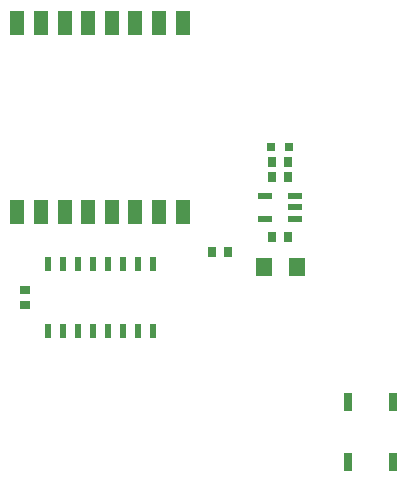
<source format=gbr>
G04 EAGLE Gerber RS-274X export*
G75*
%MOMM*%
%FSLAX34Y34*%
%LPD*%
%INSolderpaste Top*%
%IPPOS*%
%AMOC8*
5,1,8,0,0,1.08239X$1,22.5*%
G01*
%ADD10R,1.200000X0.550000*%
%ADD11R,0.700000X0.900000*%
%ADD12R,1.400000X1.600000*%
%ADD13R,0.800000X0.800000*%
%ADD14R,0.762000X1.524000*%
%ADD15R,0.600000X1.200000*%
%ADD16R,0.900000X0.700000*%
%ADD17R,1.300000X2.000000*%


D10*
X432101Y371500D03*
X432101Y381000D03*
X432101Y390500D03*
X406099Y390500D03*
X406099Y371500D03*
D11*
X412600Y355600D03*
X425600Y355600D03*
D12*
X433100Y330200D03*
X405100Y330200D03*
D11*
X425600Y419100D03*
X412600Y419100D03*
D13*
X426600Y431800D03*
X411600Y431800D03*
D14*
X514350Y215900D03*
X514350Y165100D03*
X476250Y215900D03*
X476250Y165100D03*
D11*
X412600Y406400D03*
X425600Y406400D03*
D15*
X222250Y276800D03*
X234950Y276800D03*
X247650Y276800D03*
X260350Y276800D03*
X273050Y276800D03*
X285750Y276800D03*
X298450Y276800D03*
X311150Y276800D03*
X311150Y332800D03*
X298450Y332800D03*
X285750Y332800D03*
X273050Y332800D03*
X260350Y332800D03*
X247650Y332800D03*
X234950Y332800D03*
X222250Y332800D03*
D16*
X203200Y298300D03*
X203200Y311300D03*
D11*
X374800Y342900D03*
X361800Y342900D03*
D17*
X336700Y537200D03*
X316700Y537200D03*
X296700Y537200D03*
X276700Y537200D03*
X256700Y537200D03*
X236700Y537200D03*
X216700Y537200D03*
X196700Y537200D03*
X196700Y377200D03*
X216700Y377200D03*
X236700Y377200D03*
X256700Y377200D03*
X276700Y377200D03*
X296700Y377200D03*
X316700Y377200D03*
X336700Y377200D03*
M02*

</source>
